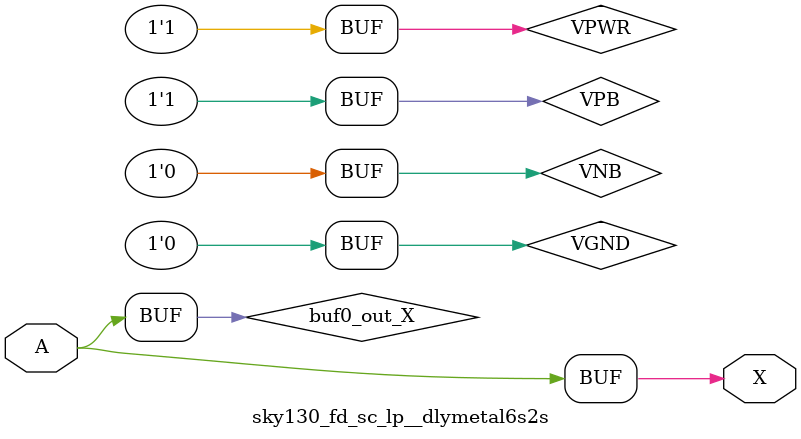
<source format=v>
/*
 * Copyright 2020 The SkyWater PDK Authors
 *
 * Licensed under the Apache License, Version 2.0 (the "License");
 * you may not use this file except in compliance with the License.
 * You may obtain a copy of the License at
 *
 *     https://www.apache.org/licenses/LICENSE-2.0
 *
 * Unless required by applicable law or agreed to in writing, software
 * distributed under the License is distributed on an "AS IS" BASIS,
 * WITHOUT WARRANTIES OR CONDITIONS OF ANY KIND, either express or implied.
 * See the License for the specific language governing permissions and
 * limitations under the License.
 *
 * SPDX-License-Identifier: Apache-2.0
*/


`ifndef SKY130_FD_SC_LP__DLYMETAL6S2S_BEHAVIORAL_V
`define SKY130_FD_SC_LP__DLYMETAL6S2S_BEHAVIORAL_V

/**
 * dlymetal6s2s: 6-inverter delay with output from 2nd stage on
 *               horizontal route.
 *
 * Verilog simulation functional model.
 */

`timescale 1ns / 1ps
`default_nettype none

`celldefine
module sky130_fd_sc_lp__dlymetal6s2s (
    X,
    A
);

    // Module ports
    output X;
    input  A;

    // Module supplies
    supply1 VPWR;
    supply0 VGND;
    supply1 VPB ;
    supply0 VNB ;

    // Local signals
    wire buf0_out_X;

    //  Name  Output      Other arguments
    buf buf0 (buf0_out_X, A              );
    buf buf1 (X         , buf0_out_X     );

endmodule
`endcelldefine

`default_nettype wire
`endif  // SKY130_FD_SC_LP__DLYMETAL6S2S_BEHAVIORAL_V
</source>
